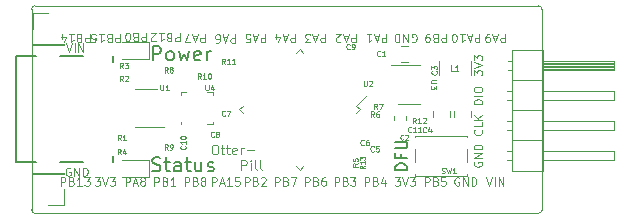
<source format=gto>
G04 #@! TF.GenerationSoftware,KiCad,Pcbnew,5.1.4+dfsg1-1*
G04 #@! TF.CreationDate,2019-11-16T02:43:21+01:00*
G04 #@! TF.ProjectId,OtterPill,4f747465-7250-4696-9c6c-2e6b69636164,rev?*
G04 #@! TF.SameCoordinates,Original*
G04 #@! TF.FileFunction,Legend,Top*
G04 #@! TF.FilePolarity,Positive*
%FSLAX46Y46*%
G04 Gerber Fmt 4.6, Leading zero omitted, Abs format (unit mm)*
G04 Created by KiCad (PCBNEW 5.1.4+dfsg1-1) date 2019-11-16 02:43:21*
%MOMM*%
%LPD*%
G04 APERTURE LIST*
%ADD10C,0.120000*%
%ADD11C,0.100000*%
%ADD12C,0.150000*%
%ADD13C,0.050000*%
%ADD14C,0.112500*%
G04 APERTURE END LIST*
D10*
X35440952Y-31571904D02*
X35593333Y-31571904D01*
X35669523Y-31610000D01*
X35745714Y-31686190D01*
X35783809Y-31838571D01*
X35783809Y-32105238D01*
X35745714Y-32257619D01*
X35669523Y-32333809D01*
X35593333Y-32371904D01*
X35440952Y-32371904D01*
X35364761Y-32333809D01*
X35288571Y-32257619D01*
X35250476Y-32105238D01*
X35250476Y-31838571D01*
X35288571Y-31686190D01*
X35364761Y-31610000D01*
X35440952Y-31571904D01*
X36012380Y-31838571D02*
X36317142Y-31838571D01*
X36126666Y-31571904D02*
X36126666Y-32257619D01*
X36164761Y-32333809D01*
X36240952Y-32371904D01*
X36317142Y-32371904D01*
X36469523Y-31838571D02*
X36774285Y-31838571D01*
X36583809Y-31571904D02*
X36583809Y-32257619D01*
X36621904Y-32333809D01*
X36698095Y-32371904D01*
X36774285Y-32371904D01*
X37345714Y-32333809D02*
X37269523Y-32371904D01*
X37117142Y-32371904D01*
X37040952Y-32333809D01*
X37002857Y-32257619D01*
X37002857Y-31952857D01*
X37040952Y-31876666D01*
X37117142Y-31838571D01*
X37269523Y-31838571D01*
X37345714Y-31876666D01*
X37383809Y-31952857D01*
X37383809Y-32029047D01*
X37002857Y-32105238D01*
X37726666Y-32371904D02*
X37726666Y-31838571D01*
X37726666Y-31990952D02*
X37764761Y-31914761D01*
X37802857Y-31876666D01*
X37879047Y-31838571D01*
X37955238Y-31838571D01*
X38221904Y-32067142D02*
X38831428Y-32067142D01*
X37764761Y-33691904D02*
X37764761Y-32891904D01*
X38069523Y-32891904D01*
X38145714Y-32930000D01*
X38183809Y-32968095D01*
X38221904Y-33044285D01*
X38221904Y-33158571D01*
X38183809Y-33234761D01*
X38145714Y-33272857D01*
X38069523Y-33310952D01*
X37764761Y-33310952D01*
X38564761Y-33691904D02*
X38564761Y-33158571D01*
X38564761Y-32891904D02*
X38526666Y-32930000D01*
X38564761Y-32968095D01*
X38602857Y-32930000D01*
X38564761Y-32891904D01*
X38564761Y-32968095D01*
X39060000Y-33691904D02*
X38983809Y-33653809D01*
X38945714Y-33577619D01*
X38945714Y-32891904D01*
X39479047Y-33691904D02*
X39402857Y-33653809D01*
X39364761Y-33577619D01*
X39364761Y-32891904D01*
D11*
X57436666Y-25706666D02*
X57436666Y-25273333D01*
X57703333Y-25506666D01*
X57703333Y-25406666D01*
X57736666Y-25340000D01*
X57770000Y-25306666D01*
X57836666Y-25273333D01*
X58003333Y-25273333D01*
X58070000Y-25306666D01*
X58103333Y-25340000D01*
X58136666Y-25406666D01*
X58136666Y-25606666D01*
X58103333Y-25673333D01*
X58070000Y-25706666D01*
X57436666Y-25073333D02*
X58136666Y-24840000D01*
X57436666Y-24606666D01*
X57436666Y-24440000D02*
X57436666Y-24006666D01*
X57703333Y-24240000D01*
X57703333Y-24140000D01*
X57736666Y-24073333D01*
X57770000Y-24040000D01*
X57836666Y-24006666D01*
X58003333Y-24006666D01*
X58070000Y-24040000D01*
X58103333Y-24073333D01*
X58136666Y-24140000D01*
X58136666Y-24340000D01*
X58103333Y-24406666D01*
X58070000Y-24440000D01*
X22943333Y-22986666D02*
X23176666Y-23686666D01*
X23410000Y-22986666D01*
X23643333Y-23686666D02*
X23643333Y-22986666D01*
X23976666Y-23686666D02*
X23976666Y-22986666D01*
X24376666Y-23686666D01*
X24376666Y-22986666D01*
X23276666Y-33540000D02*
X23210000Y-33506666D01*
X23110000Y-33506666D01*
X23010000Y-33540000D01*
X22943333Y-33606666D01*
X22910000Y-33673333D01*
X22876666Y-33806666D01*
X22876666Y-33906666D01*
X22910000Y-34040000D01*
X22943333Y-34106666D01*
X23010000Y-34173333D01*
X23110000Y-34206666D01*
X23176666Y-34206666D01*
X23276666Y-34173333D01*
X23310000Y-34140000D01*
X23310000Y-33906666D01*
X23176666Y-33906666D01*
X23610000Y-34206666D02*
X23610000Y-33506666D01*
X24010000Y-34206666D01*
X24010000Y-33506666D01*
X24343333Y-34206666D02*
X24343333Y-33506666D01*
X24510000Y-33506666D01*
X24610000Y-33540000D01*
X24676666Y-33606666D01*
X24710000Y-33673333D01*
X24743333Y-33806666D01*
X24743333Y-33906666D01*
X24710000Y-34040000D01*
X24676666Y-34106666D01*
X24610000Y-34173333D01*
X24510000Y-34206666D01*
X24343333Y-34206666D01*
X29696666Y-22093333D02*
X29696666Y-22793333D01*
X29430000Y-22793333D01*
X29363333Y-22760000D01*
X29330000Y-22726666D01*
X29296666Y-22660000D01*
X29296666Y-22560000D01*
X29330000Y-22493333D01*
X29363333Y-22460000D01*
X29430000Y-22426666D01*
X29696666Y-22426666D01*
X28763333Y-22460000D02*
X28663333Y-22426666D01*
X28630000Y-22393333D01*
X28596666Y-22326666D01*
X28596666Y-22226666D01*
X28630000Y-22160000D01*
X28663333Y-22126666D01*
X28730000Y-22093333D01*
X28996666Y-22093333D01*
X28996666Y-22793333D01*
X28763333Y-22793333D01*
X28696666Y-22760000D01*
X28663333Y-22726666D01*
X28630000Y-22660000D01*
X28630000Y-22593333D01*
X28663333Y-22526666D01*
X28696666Y-22493333D01*
X28763333Y-22460000D01*
X28996666Y-22460000D01*
X28163333Y-22793333D02*
X28096666Y-22793333D01*
X28030000Y-22760000D01*
X27996666Y-22726666D01*
X27963333Y-22660000D01*
X27930000Y-22526666D01*
X27930000Y-22360000D01*
X27963333Y-22226666D01*
X27996666Y-22160000D01*
X28030000Y-22126666D01*
X28096666Y-22093333D01*
X28163333Y-22093333D01*
X28230000Y-22126666D01*
X28263333Y-22160000D01*
X28296666Y-22226666D01*
X28330000Y-22360000D01*
X28330000Y-22526666D01*
X28296666Y-22660000D01*
X28263333Y-22726666D01*
X28230000Y-22760000D01*
X28163333Y-22793333D01*
X24925000Y-22183333D02*
X24925000Y-22883333D01*
X24658333Y-22883333D01*
X24591666Y-22850000D01*
X24558333Y-22816666D01*
X24525000Y-22750000D01*
X24525000Y-22650000D01*
X24558333Y-22583333D01*
X24591666Y-22550000D01*
X24658333Y-22516666D01*
X24925000Y-22516666D01*
X23991666Y-22550000D02*
X23891666Y-22516666D01*
X23858333Y-22483333D01*
X23825000Y-22416666D01*
X23825000Y-22316666D01*
X23858333Y-22250000D01*
X23891666Y-22216666D01*
X23958333Y-22183333D01*
X24225000Y-22183333D01*
X24225000Y-22883333D01*
X23991666Y-22883333D01*
X23925000Y-22850000D01*
X23891666Y-22816666D01*
X23858333Y-22750000D01*
X23858333Y-22683333D01*
X23891666Y-22616666D01*
X23925000Y-22583333D01*
X23991666Y-22550000D01*
X24225000Y-22550000D01*
X23158333Y-22183333D02*
X23558333Y-22183333D01*
X23358333Y-22183333D02*
X23358333Y-22883333D01*
X23425000Y-22783333D01*
X23491666Y-22716666D01*
X23558333Y-22683333D01*
X22558333Y-22650000D02*
X22558333Y-22183333D01*
X22725000Y-22916666D02*
X22891666Y-22416666D01*
X22458333Y-22416666D01*
X27475000Y-22183333D02*
X27475000Y-22883333D01*
X27208333Y-22883333D01*
X27141666Y-22850000D01*
X27108333Y-22816666D01*
X27075000Y-22750000D01*
X27075000Y-22650000D01*
X27108333Y-22583333D01*
X27141666Y-22550000D01*
X27208333Y-22516666D01*
X27475000Y-22516666D01*
X26541666Y-22550000D02*
X26441666Y-22516666D01*
X26408333Y-22483333D01*
X26375000Y-22416666D01*
X26375000Y-22316666D01*
X26408333Y-22250000D01*
X26441666Y-22216666D01*
X26508333Y-22183333D01*
X26775000Y-22183333D01*
X26775000Y-22883333D01*
X26541666Y-22883333D01*
X26475000Y-22850000D01*
X26441666Y-22816666D01*
X26408333Y-22750000D01*
X26408333Y-22683333D01*
X26441666Y-22616666D01*
X26475000Y-22583333D01*
X26541666Y-22550000D01*
X26775000Y-22550000D01*
X25708333Y-22183333D02*
X26108333Y-22183333D01*
X25908333Y-22183333D02*
X25908333Y-22883333D01*
X25975000Y-22783333D01*
X26041666Y-22716666D01*
X26108333Y-22683333D01*
X25075000Y-22883333D02*
X25408333Y-22883333D01*
X25441666Y-22550000D01*
X25408333Y-22583333D01*
X25341666Y-22616666D01*
X25175000Y-22616666D01*
X25108333Y-22583333D01*
X25075000Y-22550000D01*
X25041666Y-22483333D01*
X25041666Y-22316666D01*
X25075000Y-22250000D01*
X25108333Y-22216666D01*
X25175000Y-22183333D01*
X25341666Y-22183333D01*
X25408333Y-22216666D01*
X25441666Y-22250000D01*
X32550000Y-22133333D02*
X32550000Y-22833333D01*
X32283333Y-22833333D01*
X32216666Y-22800000D01*
X32183333Y-22766666D01*
X32150000Y-22700000D01*
X32150000Y-22600000D01*
X32183333Y-22533333D01*
X32216666Y-22500000D01*
X32283333Y-22466666D01*
X32550000Y-22466666D01*
X31616666Y-22500000D02*
X31516666Y-22466666D01*
X31483333Y-22433333D01*
X31450000Y-22366666D01*
X31450000Y-22266666D01*
X31483333Y-22200000D01*
X31516666Y-22166666D01*
X31583333Y-22133333D01*
X31850000Y-22133333D01*
X31850000Y-22833333D01*
X31616666Y-22833333D01*
X31550000Y-22800000D01*
X31516666Y-22766666D01*
X31483333Y-22700000D01*
X31483333Y-22633333D01*
X31516666Y-22566666D01*
X31550000Y-22533333D01*
X31616666Y-22500000D01*
X31850000Y-22500000D01*
X30783333Y-22133333D02*
X31183333Y-22133333D01*
X30983333Y-22133333D02*
X30983333Y-22833333D01*
X31050000Y-22733333D01*
X31116666Y-22666666D01*
X31183333Y-22633333D01*
X30516666Y-22766666D02*
X30483333Y-22800000D01*
X30416666Y-22833333D01*
X30250000Y-22833333D01*
X30183333Y-22800000D01*
X30150000Y-22766666D01*
X30116666Y-22700000D01*
X30116666Y-22633333D01*
X30150000Y-22533333D01*
X30550000Y-22133333D01*
X30116666Y-22133333D01*
X34666666Y-22183333D02*
X34666666Y-22883333D01*
X34400000Y-22883333D01*
X34333333Y-22850000D01*
X34300000Y-22816666D01*
X34266666Y-22750000D01*
X34266666Y-22650000D01*
X34300000Y-22583333D01*
X34333333Y-22550000D01*
X34400000Y-22516666D01*
X34666666Y-22516666D01*
X34000000Y-22383333D02*
X33666666Y-22383333D01*
X34066666Y-22183333D02*
X33833333Y-22883333D01*
X33600000Y-22183333D01*
X33433333Y-22883333D02*
X32966666Y-22883333D01*
X33266666Y-22183333D01*
X37241666Y-22233333D02*
X37241666Y-22933333D01*
X36975000Y-22933333D01*
X36908333Y-22900000D01*
X36875000Y-22866666D01*
X36841666Y-22800000D01*
X36841666Y-22700000D01*
X36875000Y-22633333D01*
X36908333Y-22600000D01*
X36975000Y-22566666D01*
X37241666Y-22566666D01*
X36575000Y-22433333D02*
X36241666Y-22433333D01*
X36641666Y-22233333D02*
X36408333Y-22933333D01*
X36175000Y-22233333D01*
X35641666Y-22933333D02*
X35775000Y-22933333D01*
X35841666Y-22900000D01*
X35875000Y-22866666D01*
X35941666Y-22766666D01*
X35975000Y-22633333D01*
X35975000Y-22366666D01*
X35941666Y-22300000D01*
X35908333Y-22266666D01*
X35841666Y-22233333D01*
X35708333Y-22233333D01*
X35641666Y-22266666D01*
X35608333Y-22300000D01*
X35575000Y-22366666D01*
X35575000Y-22533333D01*
X35608333Y-22600000D01*
X35641666Y-22633333D01*
X35708333Y-22666666D01*
X35841666Y-22666666D01*
X35908333Y-22633333D01*
X35941666Y-22600000D01*
X35975000Y-22533333D01*
X39791666Y-22183333D02*
X39791666Y-22883333D01*
X39525000Y-22883333D01*
X39458333Y-22850000D01*
X39425000Y-22816666D01*
X39391666Y-22750000D01*
X39391666Y-22650000D01*
X39425000Y-22583333D01*
X39458333Y-22550000D01*
X39525000Y-22516666D01*
X39791666Y-22516666D01*
X39125000Y-22383333D02*
X38791666Y-22383333D01*
X39191666Y-22183333D02*
X38958333Y-22883333D01*
X38725000Y-22183333D01*
X38158333Y-22883333D02*
X38491666Y-22883333D01*
X38525000Y-22550000D01*
X38491666Y-22583333D01*
X38425000Y-22616666D01*
X38258333Y-22616666D01*
X38191666Y-22583333D01*
X38158333Y-22550000D01*
X38125000Y-22483333D01*
X38125000Y-22316666D01*
X38158333Y-22250000D01*
X38191666Y-22216666D01*
X38258333Y-22183333D01*
X38425000Y-22183333D01*
X38491666Y-22216666D01*
X38525000Y-22250000D01*
X42316666Y-22183333D02*
X42316666Y-22883333D01*
X42050000Y-22883333D01*
X41983333Y-22850000D01*
X41950000Y-22816666D01*
X41916666Y-22750000D01*
X41916666Y-22650000D01*
X41950000Y-22583333D01*
X41983333Y-22550000D01*
X42050000Y-22516666D01*
X42316666Y-22516666D01*
X41650000Y-22383333D02*
X41316666Y-22383333D01*
X41716666Y-22183333D02*
X41483333Y-22883333D01*
X41250000Y-22183333D01*
X40716666Y-22650000D02*
X40716666Y-22183333D01*
X40883333Y-22916666D02*
X41050000Y-22416666D01*
X40616666Y-22416666D01*
X44841666Y-22183333D02*
X44841666Y-22883333D01*
X44575000Y-22883333D01*
X44508333Y-22850000D01*
X44475000Y-22816666D01*
X44441666Y-22750000D01*
X44441666Y-22650000D01*
X44475000Y-22583333D01*
X44508333Y-22550000D01*
X44575000Y-22516666D01*
X44841666Y-22516666D01*
X44175000Y-22383333D02*
X43841666Y-22383333D01*
X44241666Y-22183333D02*
X44008333Y-22883333D01*
X43775000Y-22183333D01*
X43608333Y-22883333D02*
X43175000Y-22883333D01*
X43408333Y-22616666D01*
X43308333Y-22616666D01*
X43241666Y-22583333D01*
X43208333Y-22550000D01*
X43175000Y-22483333D01*
X43175000Y-22316666D01*
X43208333Y-22250000D01*
X43241666Y-22216666D01*
X43308333Y-22183333D01*
X43508333Y-22183333D01*
X43575000Y-22216666D01*
X43608333Y-22250000D01*
X47446666Y-22183333D02*
X47446666Y-22883333D01*
X47180000Y-22883333D01*
X47113333Y-22850000D01*
X47080000Y-22816666D01*
X47046666Y-22750000D01*
X47046666Y-22650000D01*
X47080000Y-22583333D01*
X47113333Y-22550000D01*
X47180000Y-22516666D01*
X47446666Y-22516666D01*
X46780000Y-22383333D02*
X46446666Y-22383333D01*
X46846666Y-22183333D02*
X46613333Y-22883333D01*
X46380000Y-22183333D01*
X46180000Y-22816666D02*
X46146666Y-22850000D01*
X46080000Y-22883333D01*
X45913333Y-22883333D01*
X45846666Y-22850000D01*
X45813333Y-22816666D01*
X45780000Y-22750000D01*
X45780000Y-22683333D01*
X45813333Y-22583333D01*
X46213333Y-22183333D01*
X45780000Y-22183333D01*
X50046666Y-22183333D02*
X50046666Y-22883333D01*
X49780000Y-22883333D01*
X49713333Y-22850000D01*
X49680000Y-22816666D01*
X49646666Y-22750000D01*
X49646666Y-22650000D01*
X49680000Y-22583333D01*
X49713333Y-22550000D01*
X49780000Y-22516666D01*
X50046666Y-22516666D01*
X49380000Y-22383333D02*
X49046666Y-22383333D01*
X49446666Y-22183333D02*
X49213333Y-22883333D01*
X48980000Y-22183333D01*
X48380000Y-22183333D02*
X48780000Y-22183333D01*
X48580000Y-22183333D02*
X48580000Y-22883333D01*
X48646666Y-22783333D01*
X48713333Y-22716666D01*
X48780000Y-22683333D01*
X52208333Y-22850000D02*
X52275000Y-22883333D01*
X52375000Y-22883333D01*
X52475000Y-22850000D01*
X52541666Y-22783333D01*
X52575000Y-22716666D01*
X52608333Y-22583333D01*
X52608333Y-22483333D01*
X52575000Y-22350000D01*
X52541666Y-22283333D01*
X52475000Y-22216666D01*
X52375000Y-22183333D01*
X52308333Y-22183333D01*
X52208333Y-22216666D01*
X52175000Y-22250000D01*
X52175000Y-22483333D01*
X52308333Y-22483333D01*
X51875000Y-22183333D02*
X51875000Y-22883333D01*
X51475000Y-22183333D01*
X51475000Y-22883333D01*
X51141666Y-22183333D02*
X51141666Y-22883333D01*
X50975000Y-22883333D01*
X50875000Y-22850000D01*
X50808333Y-22783333D01*
X50775000Y-22716666D01*
X50741666Y-22583333D01*
X50741666Y-22483333D01*
X50775000Y-22350000D01*
X50808333Y-22283333D01*
X50875000Y-22216666D01*
X50975000Y-22183333D01*
X51141666Y-22183333D01*
X55091666Y-22183333D02*
X55091666Y-22883333D01*
X54825000Y-22883333D01*
X54758333Y-22850000D01*
X54725000Y-22816666D01*
X54691666Y-22750000D01*
X54691666Y-22650000D01*
X54725000Y-22583333D01*
X54758333Y-22550000D01*
X54825000Y-22516666D01*
X55091666Y-22516666D01*
X54158333Y-22550000D02*
X54058333Y-22516666D01*
X54025000Y-22483333D01*
X53991666Y-22416666D01*
X53991666Y-22316666D01*
X54025000Y-22250000D01*
X54058333Y-22216666D01*
X54125000Y-22183333D01*
X54391666Y-22183333D01*
X54391666Y-22883333D01*
X54158333Y-22883333D01*
X54091666Y-22850000D01*
X54058333Y-22816666D01*
X54025000Y-22750000D01*
X54025000Y-22683333D01*
X54058333Y-22616666D01*
X54091666Y-22583333D01*
X54158333Y-22550000D01*
X54391666Y-22550000D01*
X53658333Y-22183333D02*
X53525000Y-22183333D01*
X53458333Y-22216666D01*
X53425000Y-22250000D01*
X53358333Y-22350000D01*
X53325000Y-22483333D01*
X53325000Y-22750000D01*
X53358333Y-22816666D01*
X53391666Y-22850000D01*
X53458333Y-22883333D01*
X53591666Y-22883333D01*
X53658333Y-22850000D01*
X53691666Y-22816666D01*
X53725000Y-22750000D01*
X53725000Y-22583333D01*
X53691666Y-22516666D01*
X53658333Y-22483333D01*
X53591666Y-22450000D01*
X53458333Y-22450000D01*
X53391666Y-22483333D01*
X53358333Y-22516666D01*
X53325000Y-22583333D01*
X57925000Y-22183333D02*
X57925000Y-22883333D01*
X57658333Y-22883333D01*
X57591666Y-22850000D01*
X57558333Y-22816666D01*
X57525000Y-22750000D01*
X57525000Y-22650000D01*
X57558333Y-22583333D01*
X57591666Y-22550000D01*
X57658333Y-22516666D01*
X57925000Y-22516666D01*
X57258333Y-22383333D02*
X56925000Y-22383333D01*
X57325000Y-22183333D02*
X57091666Y-22883333D01*
X56858333Y-22183333D01*
X56258333Y-22183333D02*
X56658333Y-22183333D01*
X56458333Y-22183333D02*
X56458333Y-22883333D01*
X56525000Y-22783333D01*
X56591666Y-22716666D01*
X56658333Y-22683333D01*
X55825000Y-22883333D02*
X55758333Y-22883333D01*
X55691666Y-22850000D01*
X55658333Y-22816666D01*
X55625000Y-22750000D01*
X55591666Y-22616666D01*
X55591666Y-22450000D01*
X55625000Y-22316666D01*
X55658333Y-22250000D01*
X55691666Y-22216666D01*
X55758333Y-22183333D01*
X55825000Y-22183333D01*
X55891666Y-22216666D01*
X55925000Y-22250000D01*
X55958333Y-22316666D01*
X55991666Y-22450000D01*
X55991666Y-22616666D01*
X55958333Y-22750000D01*
X55925000Y-22816666D01*
X55891666Y-22850000D01*
X55825000Y-22883333D01*
X60091666Y-22183333D02*
X60091666Y-22883333D01*
X59825000Y-22883333D01*
X59758333Y-22850000D01*
X59725000Y-22816666D01*
X59691666Y-22750000D01*
X59691666Y-22650000D01*
X59725000Y-22583333D01*
X59758333Y-22550000D01*
X59825000Y-22516666D01*
X60091666Y-22516666D01*
X59425000Y-22383333D02*
X59091666Y-22383333D01*
X59491666Y-22183333D02*
X59258333Y-22883333D01*
X59025000Y-22183333D01*
X58758333Y-22183333D02*
X58625000Y-22183333D01*
X58558333Y-22216666D01*
X58525000Y-22250000D01*
X58458333Y-22350000D01*
X58425000Y-22483333D01*
X58425000Y-22750000D01*
X58458333Y-22816666D01*
X58491666Y-22850000D01*
X58558333Y-22883333D01*
X58691666Y-22883333D01*
X58758333Y-22850000D01*
X58791666Y-22816666D01*
X58825000Y-22750000D01*
X58825000Y-22583333D01*
X58791666Y-22516666D01*
X58758333Y-22483333D01*
X58691666Y-22450000D01*
X58558333Y-22450000D01*
X58491666Y-22483333D01*
X58458333Y-22516666D01*
X58425000Y-22583333D01*
X58508333Y-34341666D02*
X58741666Y-35041666D01*
X58975000Y-34341666D01*
X59208333Y-35041666D02*
X59208333Y-34341666D01*
X59541666Y-35041666D02*
X59541666Y-34341666D01*
X59941666Y-35041666D01*
X59941666Y-34341666D01*
X56191666Y-34375000D02*
X56125000Y-34341666D01*
X56025000Y-34341666D01*
X55925000Y-34375000D01*
X55858333Y-34441666D01*
X55825000Y-34508333D01*
X55791666Y-34641666D01*
X55791666Y-34741666D01*
X55825000Y-34875000D01*
X55858333Y-34941666D01*
X55925000Y-35008333D01*
X56025000Y-35041666D01*
X56091666Y-35041666D01*
X56191666Y-35008333D01*
X56225000Y-34975000D01*
X56225000Y-34741666D01*
X56091666Y-34741666D01*
X56525000Y-35041666D02*
X56525000Y-34341666D01*
X56925000Y-35041666D01*
X56925000Y-34341666D01*
X57258333Y-35041666D02*
X57258333Y-34341666D01*
X57425000Y-34341666D01*
X57525000Y-34375000D01*
X57591666Y-34441666D01*
X57625000Y-34508333D01*
X57658333Y-34641666D01*
X57658333Y-34741666D01*
X57625000Y-34875000D01*
X57591666Y-34941666D01*
X57525000Y-35008333D01*
X57425000Y-35041666D01*
X57258333Y-35041666D01*
X53308333Y-35041666D02*
X53308333Y-34341666D01*
X53575000Y-34341666D01*
X53641666Y-34375000D01*
X53675000Y-34408333D01*
X53708333Y-34475000D01*
X53708333Y-34575000D01*
X53675000Y-34641666D01*
X53641666Y-34675000D01*
X53575000Y-34708333D01*
X53308333Y-34708333D01*
X54241666Y-34675000D02*
X54341666Y-34708333D01*
X54375000Y-34741666D01*
X54408333Y-34808333D01*
X54408333Y-34908333D01*
X54375000Y-34975000D01*
X54341666Y-35008333D01*
X54275000Y-35041666D01*
X54008333Y-35041666D01*
X54008333Y-34341666D01*
X54241666Y-34341666D01*
X54308333Y-34375000D01*
X54341666Y-34408333D01*
X54375000Y-34475000D01*
X54375000Y-34541666D01*
X54341666Y-34608333D01*
X54308333Y-34641666D01*
X54241666Y-34675000D01*
X54008333Y-34675000D01*
X55041666Y-34341666D02*
X54708333Y-34341666D01*
X54675000Y-34675000D01*
X54708333Y-34641666D01*
X54775000Y-34608333D01*
X54941666Y-34608333D01*
X55008333Y-34641666D01*
X55041666Y-34675000D01*
X55075000Y-34741666D01*
X55075000Y-34908333D01*
X55041666Y-34975000D01*
X55008333Y-35008333D01*
X54941666Y-35041666D01*
X54775000Y-35041666D01*
X54708333Y-35008333D01*
X54675000Y-34975000D01*
X50758333Y-34341666D02*
X51191666Y-34341666D01*
X50958333Y-34608333D01*
X51058333Y-34608333D01*
X51125000Y-34641666D01*
X51158333Y-34675000D01*
X51191666Y-34741666D01*
X51191666Y-34908333D01*
X51158333Y-34975000D01*
X51125000Y-35008333D01*
X51058333Y-35041666D01*
X50858333Y-35041666D01*
X50791666Y-35008333D01*
X50758333Y-34975000D01*
X51391666Y-34341666D02*
X51625000Y-35041666D01*
X51858333Y-34341666D01*
X52025000Y-34341666D02*
X52458333Y-34341666D01*
X52225000Y-34608333D01*
X52325000Y-34608333D01*
X52391666Y-34641666D01*
X52425000Y-34675000D01*
X52458333Y-34741666D01*
X52458333Y-34908333D01*
X52425000Y-34975000D01*
X52391666Y-35008333D01*
X52325000Y-35041666D01*
X52125000Y-35041666D01*
X52058333Y-35008333D01*
X52025000Y-34975000D01*
X48208333Y-35041666D02*
X48208333Y-34341666D01*
X48475000Y-34341666D01*
X48541666Y-34375000D01*
X48575000Y-34408333D01*
X48608333Y-34475000D01*
X48608333Y-34575000D01*
X48575000Y-34641666D01*
X48541666Y-34675000D01*
X48475000Y-34708333D01*
X48208333Y-34708333D01*
X49141666Y-34675000D02*
X49241666Y-34708333D01*
X49275000Y-34741666D01*
X49308333Y-34808333D01*
X49308333Y-34908333D01*
X49275000Y-34975000D01*
X49241666Y-35008333D01*
X49175000Y-35041666D01*
X48908333Y-35041666D01*
X48908333Y-34341666D01*
X49141666Y-34341666D01*
X49208333Y-34375000D01*
X49241666Y-34408333D01*
X49275000Y-34475000D01*
X49275000Y-34541666D01*
X49241666Y-34608333D01*
X49208333Y-34641666D01*
X49141666Y-34675000D01*
X48908333Y-34675000D01*
X49908333Y-34575000D02*
X49908333Y-35041666D01*
X49741666Y-34308333D02*
X49575000Y-34808333D01*
X50008333Y-34808333D01*
X45658333Y-35041666D02*
X45658333Y-34341666D01*
X45925000Y-34341666D01*
X45991666Y-34375000D01*
X46025000Y-34408333D01*
X46058333Y-34475000D01*
X46058333Y-34575000D01*
X46025000Y-34641666D01*
X45991666Y-34675000D01*
X45925000Y-34708333D01*
X45658333Y-34708333D01*
X46591666Y-34675000D02*
X46691666Y-34708333D01*
X46725000Y-34741666D01*
X46758333Y-34808333D01*
X46758333Y-34908333D01*
X46725000Y-34975000D01*
X46691666Y-35008333D01*
X46625000Y-35041666D01*
X46358333Y-35041666D01*
X46358333Y-34341666D01*
X46591666Y-34341666D01*
X46658333Y-34375000D01*
X46691666Y-34408333D01*
X46725000Y-34475000D01*
X46725000Y-34541666D01*
X46691666Y-34608333D01*
X46658333Y-34641666D01*
X46591666Y-34675000D01*
X46358333Y-34675000D01*
X46991666Y-34341666D02*
X47425000Y-34341666D01*
X47191666Y-34608333D01*
X47291666Y-34608333D01*
X47358333Y-34641666D01*
X47391666Y-34675000D01*
X47425000Y-34741666D01*
X47425000Y-34908333D01*
X47391666Y-34975000D01*
X47358333Y-35008333D01*
X47291666Y-35041666D01*
X47091666Y-35041666D01*
X47025000Y-35008333D01*
X46991666Y-34975000D01*
X43158333Y-35041666D02*
X43158333Y-34341666D01*
X43425000Y-34341666D01*
X43491666Y-34375000D01*
X43525000Y-34408333D01*
X43558333Y-34475000D01*
X43558333Y-34575000D01*
X43525000Y-34641666D01*
X43491666Y-34675000D01*
X43425000Y-34708333D01*
X43158333Y-34708333D01*
X44091666Y-34675000D02*
X44191666Y-34708333D01*
X44225000Y-34741666D01*
X44258333Y-34808333D01*
X44258333Y-34908333D01*
X44225000Y-34975000D01*
X44191666Y-35008333D01*
X44125000Y-35041666D01*
X43858333Y-35041666D01*
X43858333Y-34341666D01*
X44091666Y-34341666D01*
X44158333Y-34375000D01*
X44191666Y-34408333D01*
X44225000Y-34475000D01*
X44225000Y-34541666D01*
X44191666Y-34608333D01*
X44158333Y-34641666D01*
X44091666Y-34675000D01*
X43858333Y-34675000D01*
X44858333Y-34341666D02*
X44725000Y-34341666D01*
X44658333Y-34375000D01*
X44625000Y-34408333D01*
X44558333Y-34508333D01*
X44525000Y-34641666D01*
X44525000Y-34908333D01*
X44558333Y-34975000D01*
X44591666Y-35008333D01*
X44658333Y-35041666D01*
X44791666Y-35041666D01*
X44858333Y-35008333D01*
X44891666Y-34975000D01*
X44925000Y-34908333D01*
X44925000Y-34741666D01*
X44891666Y-34675000D01*
X44858333Y-34641666D01*
X44791666Y-34608333D01*
X44658333Y-34608333D01*
X44591666Y-34641666D01*
X44558333Y-34675000D01*
X44525000Y-34741666D01*
X40608333Y-35041666D02*
X40608333Y-34341666D01*
X40875000Y-34341666D01*
X40941666Y-34375000D01*
X40975000Y-34408333D01*
X41008333Y-34475000D01*
X41008333Y-34575000D01*
X40975000Y-34641666D01*
X40941666Y-34675000D01*
X40875000Y-34708333D01*
X40608333Y-34708333D01*
X41541666Y-34675000D02*
X41641666Y-34708333D01*
X41675000Y-34741666D01*
X41708333Y-34808333D01*
X41708333Y-34908333D01*
X41675000Y-34975000D01*
X41641666Y-35008333D01*
X41575000Y-35041666D01*
X41308333Y-35041666D01*
X41308333Y-34341666D01*
X41541666Y-34341666D01*
X41608333Y-34375000D01*
X41641666Y-34408333D01*
X41675000Y-34475000D01*
X41675000Y-34541666D01*
X41641666Y-34608333D01*
X41608333Y-34641666D01*
X41541666Y-34675000D01*
X41308333Y-34675000D01*
X41941666Y-34341666D02*
X42408333Y-34341666D01*
X42108333Y-35041666D01*
X38058333Y-35041666D02*
X38058333Y-34341666D01*
X38325000Y-34341666D01*
X38391666Y-34375000D01*
X38425000Y-34408333D01*
X38458333Y-34475000D01*
X38458333Y-34575000D01*
X38425000Y-34641666D01*
X38391666Y-34675000D01*
X38325000Y-34708333D01*
X38058333Y-34708333D01*
X38991666Y-34675000D02*
X39091666Y-34708333D01*
X39125000Y-34741666D01*
X39158333Y-34808333D01*
X39158333Y-34908333D01*
X39125000Y-34975000D01*
X39091666Y-35008333D01*
X39025000Y-35041666D01*
X38758333Y-35041666D01*
X38758333Y-34341666D01*
X38991666Y-34341666D01*
X39058333Y-34375000D01*
X39091666Y-34408333D01*
X39125000Y-34475000D01*
X39125000Y-34541666D01*
X39091666Y-34608333D01*
X39058333Y-34641666D01*
X38991666Y-34675000D01*
X38758333Y-34675000D01*
X39425000Y-34408333D02*
X39458333Y-34375000D01*
X39525000Y-34341666D01*
X39691666Y-34341666D01*
X39758333Y-34375000D01*
X39791666Y-34408333D01*
X39825000Y-34475000D01*
X39825000Y-34541666D01*
X39791666Y-34641666D01*
X39391666Y-35041666D01*
X39825000Y-35041666D01*
X35275000Y-35041666D02*
X35275000Y-34341666D01*
X35541666Y-34341666D01*
X35608333Y-34375000D01*
X35641666Y-34408333D01*
X35675000Y-34475000D01*
X35675000Y-34575000D01*
X35641666Y-34641666D01*
X35608333Y-34675000D01*
X35541666Y-34708333D01*
X35275000Y-34708333D01*
X35941666Y-34841666D02*
X36275000Y-34841666D01*
X35875000Y-35041666D02*
X36108333Y-34341666D01*
X36341666Y-35041666D01*
X36941666Y-35041666D02*
X36541666Y-35041666D01*
X36741666Y-35041666D02*
X36741666Y-34341666D01*
X36675000Y-34441666D01*
X36608333Y-34508333D01*
X36541666Y-34541666D01*
X37575000Y-34341666D02*
X37241666Y-34341666D01*
X37208333Y-34675000D01*
X37241666Y-34641666D01*
X37308333Y-34608333D01*
X37475000Y-34608333D01*
X37541666Y-34641666D01*
X37575000Y-34675000D01*
X37608333Y-34741666D01*
X37608333Y-34908333D01*
X37575000Y-34975000D01*
X37541666Y-35008333D01*
X37475000Y-35041666D01*
X37308333Y-35041666D01*
X37241666Y-35008333D01*
X37208333Y-34975000D01*
X32958333Y-35041666D02*
X32958333Y-34341666D01*
X33225000Y-34341666D01*
X33291666Y-34375000D01*
X33325000Y-34408333D01*
X33358333Y-34475000D01*
X33358333Y-34575000D01*
X33325000Y-34641666D01*
X33291666Y-34675000D01*
X33225000Y-34708333D01*
X32958333Y-34708333D01*
X33891666Y-34675000D02*
X33991666Y-34708333D01*
X34025000Y-34741666D01*
X34058333Y-34808333D01*
X34058333Y-34908333D01*
X34025000Y-34975000D01*
X33991666Y-35008333D01*
X33925000Y-35041666D01*
X33658333Y-35041666D01*
X33658333Y-34341666D01*
X33891666Y-34341666D01*
X33958333Y-34375000D01*
X33991666Y-34408333D01*
X34025000Y-34475000D01*
X34025000Y-34541666D01*
X33991666Y-34608333D01*
X33958333Y-34641666D01*
X33891666Y-34675000D01*
X33658333Y-34675000D01*
X34458333Y-34641666D02*
X34391666Y-34608333D01*
X34358333Y-34575000D01*
X34325000Y-34508333D01*
X34325000Y-34475000D01*
X34358333Y-34408333D01*
X34391666Y-34375000D01*
X34458333Y-34341666D01*
X34591666Y-34341666D01*
X34658333Y-34375000D01*
X34691666Y-34408333D01*
X34725000Y-34475000D01*
X34725000Y-34508333D01*
X34691666Y-34575000D01*
X34658333Y-34608333D01*
X34591666Y-34641666D01*
X34458333Y-34641666D01*
X34391666Y-34675000D01*
X34358333Y-34708333D01*
X34325000Y-34775000D01*
X34325000Y-34908333D01*
X34358333Y-34975000D01*
X34391666Y-35008333D01*
X34458333Y-35041666D01*
X34591666Y-35041666D01*
X34658333Y-35008333D01*
X34691666Y-34975000D01*
X34725000Y-34908333D01*
X34725000Y-34775000D01*
X34691666Y-34708333D01*
X34658333Y-34675000D01*
X34591666Y-34641666D01*
X30408333Y-35041666D02*
X30408333Y-34341666D01*
X30675000Y-34341666D01*
X30741666Y-34375000D01*
X30775000Y-34408333D01*
X30808333Y-34475000D01*
X30808333Y-34575000D01*
X30775000Y-34641666D01*
X30741666Y-34675000D01*
X30675000Y-34708333D01*
X30408333Y-34708333D01*
X31341666Y-34675000D02*
X31441666Y-34708333D01*
X31475000Y-34741666D01*
X31508333Y-34808333D01*
X31508333Y-34908333D01*
X31475000Y-34975000D01*
X31441666Y-35008333D01*
X31375000Y-35041666D01*
X31108333Y-35041666D01*
X31108333Y-34341666D01*
X31341666Y-34341666D01*
X31408333Y-34375000D01*
X31441666Y-34408333D01*
X31475000Y-34475000D01*
X31475000Y-34541666D01*
X31441666Y-34608333D01*
X31408333Y-34641666D01*
X31341666Y-34675000D01*
X31108333Y-34675000D01*
X32175000Y-35041666D02*
X31775000Y-35041666D01*
X31975000Y-35041666D02*
X31975000Y-34341666D01*
X31908333Y-34441666D01*
X31841666Y-34508333D01*
X31775000Y-34541666D01*
X27958333Y-35041666D02*
X27958333Y-34341666D01*
X28225000Y-34341666D01*
X28291666Y-34375000D01*
X28325000Y-34408333D01*
X28358333Y-34475000D01*
X28358333Y-34575000D01*
X28325000Y-34641666D01*
X28291666Y-34675000D01*
X28225000Y-34708333D01*
X27958333Y-34708333D01*
X28625000Y-34841666D02*
X28958333Y-34841666D01*
X28558333Y-35041666D02*
X28791666Y-34341666D01*
X29025000Y-35041666D01*
X29358333Y-34641666D02*
X29291666Y-34608333D01*
X29258333Y-34575000D01*
X29225000Y-34508333D01*
X29225000Y-34475000D01*
X29258333Y-34408333D01*
X29291666Y-34375000D01*
X29358333Y-34341666D01*
X29491666Y-34341666D01*
X29558333Y-34375000D01*
X29591666Y-34408333D01*
X29625000Y-34475000D01*
X29625000Y-34508333D01*
X29591666Y-34575000D01*
X29558333Y-34608333D01*
X29491666Y-34641666D01*
X29358333Y-34641666D01*
X29291666Y-34675000D01*
X29258333Y-34708333D01*
X29225000Y-34775000D01*
X29225000Y-34908333D01*
X29258333Y-34975000D01*
X29291666Y-35008333D01*
X29358333Y-35041666D01*
X29491666Y-35041666D01*
X29558333Y-35008333D01*
X29591666Y-34975000D01*
X29625000Y-34908333D01*
X29625000Y-34775000D01*
X29591666Y-34708333D01*
X29558333Y-34675000D01*
X29491666Y-34641666D01*
X22475000Y-35041666D02*
X22475000Y-34341666D01*
X22741666Y-34341666D01*
X22808333Y-34375000D01*
X22841666Y-34408333D01*
X22875000Y-34475000D01*
X22875000Y-34575000D01*
X22841666Y-34641666D01*
X22808333Y-34675000D01*
X22741666Y-34708333D01*
X22475000Y-34708333D01*
X23408333Y-34675000D02*
X23508333Y-34708333D01*
X23541666Y-34741666D01*
X23575000Y-34808333D01*
X23575000Y-34908333D01*
X23541666Y-34975000D01*
X23508333Y-35008333D01*
X23441666Y-35041666D01*
X23175000Y-35041666D01*
X23175000Y-34341666D01*
X23408333Y-34341666D01*
X23475000Y-34375000D01*
X23508333Y-34408333D01*
X23541666Y-34475000D01*
X23541666Y-34541666D01*
X23508333Y-34608333D01*
X23475000Y-34641666D01*
X23408333Y-34675000D01*
X23175000Y-34675000D01*
X24241666Y-35041666D02*
X23841666Y-35041666D01*
X24041666Y-35041666D02*
X24041666Y-34341666D01*
X23975000Y-34441666D01*
X23908333Y-34508333D01*
X23841666Y-34541666D01*
X24475000Y-34341666D02*
X24908333Y-34341666D01*
X24675000Y-34608333D01*
X24775000Y-34608333D01*
X24841666Y-34641666D01*
X24875000Y-34675000D01*
X24908333Y-34741666D01*
X24908333Y-34908333D01*
X24875000Y-34975000D01*
X24841666Y-35008333D01*
X24775000Y-35041666D01*
X24575000Y-35041666D01*
X24508333Y-35008333D01*
X24475000Y-34975000D01*
X25358333Y-34341666D02*
X25791666Y-34341666D01*
X25558333Y-34608333D01*
X25658333Y-34608333D01*
X25725000Y-34641666D01*
X25758333Y-34675000D01*
X25791666Y-34741666D01*
X25791666Y-34908333D01*
X25758333Y-34975000D01*
X25725000Y-35008333D01*
X25658333Y-35041666D01*
X25458333Y-35041666D01*
X25391666Y-35008333D01*
X25358333Y-34975000D01*
X25991666Y-34341666D02*
X26225000Y-35041666D01*
X26458333Y-34341666D01*
X26625000Y-34341666D02*
X27058333Y-34341666D01*
X26825000Y-34608333D01*
X26925000Y-34608333D01*
X26991666Y-34641666D01*
X27025000Y-34675000D01*
X27058333Y-34741666D01*
X27058333Y-34908333D01*
X27025000Y-34975000D01*
X26991666Y-35008333D01*
X26925000Y-35041666D01*
X26725000Y-35041666D01*
X26658333Y-35008333D01*
X26625000Y-34975000D01*
X58166666Y-28116666D02*
X57466666Y-28116666D01*
X57466666Y-27950000D01*
X57500000Y-27850000D01*
X57566666Y-27783333D01*
X57633333Y-27750000D01*
X57766666Y-27716666D01*
X57866666Y-27716666D01*
X58000000Y-27750000D01*
X58066666Y-27783333D01*
X58133333Y-27850000D01*
X58166666Y-27950000D01*
X58166666Y-28116666D01*
X58166666Y-27416666D02*
X57466666Y-27416666D01*
X57466666Y-26950000D02*
X57466666Y-26816666D01*
X57500000Y-26750000D01*
X57566666Y-26683333D01*
X57700000Y-26650000D01*
X57933333Y-26650000D01*
X58066666Y-26683333D01*
X58133333Y-26750000D01*
X58166666Y-26816666D01*
X58166666Y-26950000D01*
X58133333Y-27016666D01*
X58066666Y-27083333D01*
X57933333Y-27116666D01*
X57700000Y-27116666D01*
X57566666Y-27083333D01*
X57500000Y-27016666D01*
X57466666Y-26950000D01*
X58100000Y-30316666D02*
X58133333Y-30350000D01*
X58166666Y-30450000D01*
X58166666Y-30516666D01*
X58133333Y-30616666D01*
X58066666Y-30683333D01*
X58000000Y-30716666D01*
X57866666Y-30750000D01*
X57766666Y-30750000D01*
X57633333Y-30716666D01*
X57566666Y-30683333D01*
X57500000Y-30616666D01*
X57466666Y-30516666D01*
X57466666Y-30450000D01*
X57500000Y-30350000D01*
X57533333Y-30316666D01*
X58166666Y-29683333D02*
X58166666Y-30016666D01*
X57466666Y-30016666D01*
X58166666Y-29450000D02*
X57466666Y-29450000D01*
X58166666Y-29050000D02*
X57766666Y-29350000D01*
X57466666Y-29050000D02*
X57866666Y-29450000D01*
X57475000Y-33033333D02*
X57441666Y-33100000D01*
X57441666Y-33200000D01*
X57475000Y-33300000D01*
X57541666Y-33366666D01*
X57608333Y-33400000D01*
X57741666Y-33433333D01*
X57841666Y-33433333D01*
X57975000Y-33400000D01*
X58041666Y-33366666D01*
X58108333Y-33300000D01*
X58141666Y-33200000D01*
X58141666Y-33133333D01*
X58108333Y-33033333D01*
X58075000Y-33000000D01*
X57841666Y-33000000D01*
X57841666Y-33133333D01*
X58141666Y-32700000D02*
X57441666Y-32700000D01*
X58141666Y-32300000D01*
X57441666Y-32300000D01*
X58141666Y-31966666D02*
X57441666Y-31966666D01*
X57441666Y-31800000D01*
X57475000Y-31700000D01*
X57541666Y-31633333D01*
X57608333Y-31600000D01*
X57741666Y-31566666D01*
X57841666Y-31566666D01*
X57975000Y-31600000D01*
X58041666Y-31633333D01*
X58108333Y-31700000D01*
X58141666Y-31800000D01*
X58141666Y-31966666D01*
D12*
X51802380Y-33734285D02*
X50802380Y-33734285D01*
X50802380Y-33496190D01*
X50850000Y-33353333D01*
X50945238Y-33258095D01*
X51040476Y-33210476D01*
X51230952Y-33162857D01*
X51373809Y-33162857D01*
X51564285Y-33210476D01*
X51659523Y-33258095D01*
X51754761Y-33353333D01*
X51802380Y-33496190D01*
X51802380Y-33734285D01*
X51278571Y-32400952D02*
X51278571Y-32734285D01*
X51802380Y-32734285D02*
X50802380Y-32734285D01*
X50802380Y-32258095D01*
X50802380Y-31877142D02*
X51611904Y-31877142D01*
X51707142Y-31829523D01*
X51754761Y-31781904D01*
X51802380Y-31686666D01*
X51802380Y-31496190D01*
X51754761Y-31400952D01*
X51707142Y-31353333D01*
X51611904Y-31305714D01*
X50802380Y-31305714D01*
X30216071Y-33775714D02*
X30387500Y-33832857D01*
X30673214Y-33832857D01*
X30787500Y-33775714D01*
X30844642Y-33718571D01*
X30901785Y-33604285D01*
X30901785Y-33490000D01*
X30844642Y-33375714D01*
X30787500Y-33318571D01*
X30673214Y-33261428D01*
X30444642Y-33204285D01*
X30330357Y-33147142D01*
X30273214Y-33090000D01*
X30216071Y-32975714D01*
X30216071Y-32861428D01*
X30273214Y-32747142D01*
X30330357Y-32690000D01*
X30444642Y-32632857D01*
X30730357Y-32632857D01*
X30901785Y-32690000D01*
X31244642Y-33032857D02*
X31701785Y-33032857D01*
X31416071Y-32632857D02*
X31416071Y-33661428D01*
X31473214Y-33775714D01*
X31587500Y-33832857D01*
X31701785Y-33832857D01*
X32616071Y-33832857D02*
X32616071Y-33204285D01*
X32558928Y-33090000D01*
X32444642Y-33032857D01*
X32216071Y-33032857D01*
X32101785Y-33090000D01*
X32616071Y-33775714D02*
X32501785Y-33832857D01*
X32216071Y-33832857D01*
X32101785Y-33775714D01*
X32044642Y-33661428D01*
X32044642Y-33547142D01*
X32101785Y-33432857D01*
X32216071Y-33375714D01*
X32501785Y-33375714D01*
X32616071Y-33318571D01*
X33016071Y-33032857D02*
X33473214Y-33032857D01*
X33187500Y-32632857D02*
X33187500Y-33661428D01*
X33244642Y-33775714D01*
X33358928Y-33832857D01*
X33473214Y-33832857D01*
X34387500Y-33032857D02*
X34387500Y-33832857D01*
X33873214Y-33032857D02*
X33873214Y-33661428D01*
X33930357Y-33775714D01*
X34044642Y-33832857D01*
X34216071Y-33832857D01*
X34330357Y-33775714D01*
X34387500Y-33718571D01*
X34901785Y-33775714D02*
X35016071Y-33832857D01*
X35244642Y-33832857D01*
X35358928Y-33775714D01*
X35416071Y-33661428D01*
X35416071Y-33604285D01*
X35358928Y-33490000D01*
X35244642Y-33432857D01*
X35073214Y-33432857D01*
X34958928Y-33375714D01*
X34901785Y-33261428D01*
X34901785Y-33204285D01*
X34958928Y-33090000D01*
X35073214Y-33032857D01*
X35244642Y-33032857D01*
X35358928Y-33090000D01*
X30273214Y-24432857D02*
X30273214Y-23232857D01*
X30730357Y-23232857D01*
X30844642Y-23290000D01*
X30901785Y-23347142D01*
X30958928Y-23461428D01*
X30958928Y-23632857D01*
X30901785Y-23747142D01*
X30844642Y-23804285D01*
X30730357Y-23861428D01*
X30273214Y-23861428D01*
X31644642Y-24432857D02*
X31530357Y-24375714D01*
X31473214Y-24318571D01*
X31416071Y-24204285D01*
X31416071Y-23861428D01*
X31473214Y-23747142D01*
X31530357Y-23690000D01*
X31644642Y-23632857D01*
X31816071Y-23632857D01*
X31930357Y-23690000D01*
X31987500Y-23747142D01*
X32044642Y-23861428D01*
X32044642Y-24204285D01*
X31987500Y-24318571D01*
X31930357Y-24375714D01*
X31816071Y-24432857D01*
X31644642Y-24432857D01*
X32444642Y-23632857D02*
X32673214Y-24432857D01*
X32901785Y-23861428D01*
X33130357Y-24432857D01*
X33358928Y-23632857D01*
X34273214Y-24375714D02*
X34158928Y-24432857D01*
X33930357Y-24432857D01*
X33816071Y-24375714D01*
X33758928Y-24261428D01*
X33758928Y-23804285D01*
X33816071Y-23690000D01*
X33930357Y-23632857D01*
X34158928Y-23632857D01*
X34273214Y-23690000D01*
X34330357Y-23804285D01*
X34330357Y-23918571D01*
X33758928Y-24032857D01*
X34844642Y-24432857D02*
X34844642Y-23632857D01*
X34844642Y-23861428D02*
X34901785Y-23747142D01*
X34958928Y-23690000D01*
X35073214Y-23632857D01*
X35187500Y-23632857D01*
D13*
X63200000Y-37100000D02*
G75*
G02X62900000Y-37400000I-300000J0D01*
G01*
X62900000Y-19800000D02*
G75*
G02X63200000Y-20100000I0J-300000D01*
G01*
X20000000Y-20100000D02*
G75*
G02X20300000Y-19800000I300000J0D01*
G01*
X20300000Y-37400000D02*
G75*
G02X20000000Y-37100000I0J300000D01*
G01*
X20000000Y-37100000D02*
X20000000Y-20100000D01*
X62900000Y-37400000D02*
X20300000Y-37400000D01*
X63200000Y-20100000D02*
X63200000Y-37100000D01*
X20300000Y-19800000D02*
X62900000Y-19800000D01*
D10*
X51690000Y-29177221D02*
X51690000Y-29502779D01*
X50670000Y-29177221D02*
X50670000Y-29502779D01*
X60242929Y-32850000D02*
X60640000Y-32850000D01*
X60242929Y-32090000D02*
X60640000Y-32090000D01*
X69300000Y-32850000D02*
X63300000Y-32850000D01*
X69300000Y-32090000D02*
X69300000Y-32850000D01*
X63300000Y-32090000D02*
X69300000Y-32090000D01*
X60640000Y-31200000D02*
X63300000Y-31200000D01*
X60242929Y-30310000D02*
X60640000Y-30310000D01*
X60242929Y-29550000D02*
X60640000Y-29550000D01*
X69300000Y-30310000D02*
X63300000Y-30310000D01*
X69300000Y-29550000D02*
X69300000Y-30310000D01*
X63300000Y-29550000D02*
X69300000Y-29550000D01*
X60640000Y-28660000D02*
X63300000Y-28660000D01*
X60242929Y-27770000D02*
X60640000Y-27770000D01*
X60242929Y-27010000D02*
X60640000Y-27010000D01*
X69300000Y-27770000D02*
X63300000Y-27770000D01*
X69300000Y-27010000D02*
X69300000Y-27770000D01*
X63300000Y-27010000D02*
X69300000Y-27010000D01*
X60640000Y-26120000D02*
X63300000Y-26120000D01*
X60310000Y-25230000D02*
X60640000Y-25230000D01*
X60310000Y-24470000D02*
X60640000Y-24470000D01*
X63300000Y-25130000D02*
X69300000Y-25130000D01*
X63300000Y-25010000D02*
X69300000Y-25010000D01*
X63300000Y-24890000D02*
X69300000Y-24890000D01*
X63300000Y-24770000D02*
X69300000Y-24770000D01*
X63300000Y-24650000D02*
X69300000Y-24650000D01*
X63300000Y-24530000D02*
X69300000Y-24530000D01*
X69300000Y-25230000D02*
X63300000Y-25230000D01*
X69300000Y-24470000D02*
X69300000Y-25230000D01*
X63300000Y-24470000D02*
X69300000Y-24470000D01*
X63300000Y-23520000D02*
X60640000Y-23520000D01*
X63300000Y-33800000D02*
X63300000Y-23520000D01*
X60640000Y-33800000D02*
X63300000Y-33800000D01*
X60640000Y-23520000D02*
X60640000Y-33800000D01*
X57180000Y-24497936D02*
X57180000Y-25702064D01*
X54460000Y-24497936D02*
X54460000Y-25702064D01*
X55400000Y-28691422D02*
X55400000Y-29208578D01*
X53980000Y-28691422D02*
X53980000Y-29208578D01*
X20090000Y-20450000D02*
X21420000Y-20450000D01*
X20090000Y-21780000D02*
X20090000Y-20450000D01*
X20090000Y-23050000D02*
X22750000Y-23050000D01*
X22750000Y-23050000D02*
X22750000Y-23110000D01*
X20090000Y-23050000D02*
X20090000Y-23110000D01*
X20090000Y-23110000D02*
X22750000Y-23110000D01*
X22750000Y-34010000D02*
X20090000Y-34010000D01*
X22750000Y-34070000D02*
X22750000Y-34010000D01*
X20090000Y-34070000D02*
X20090000Y-34010000D01*
X22750000Y-34070000D02*
X20090000Y-34070000D01*
X22750000Y-35340000D02*
X22750000Y-36670000D01*
X22750000Y-36670000D02*
X21420000Y-36670000D01*
X37912887Y-28271751D02*
X37594689Y-28589949D01*
X37594689Y-28589949D02*
X37912887Y-28908147D01*
X42381802Y-23802836D02*
X42700000Y-23484638D01*
X42700000Y-23484638D02*
X43018198Y-23802836D01*
X43018198Y-33377062D02*
X42700000Y-33695260D01*
X42700000Y-33695260D02*
X42381802Y-33377062D01*
X47487113Y-28908147D02*
X47805311Y-28589949D01*
X47805311Y-28589949D02*
X47487113Y-28271751D01*
X47487113Y-28271751D02*
X48399281Y-27359583D01*
X52500000Y-34212000D02*
X56900000Y-34212000D01*
X56900000Y-34212000D02*
X56900000Y-34092000D01*
X56900000Y-33082000D02*
X56900000Y-31942000D01*
X56900000Y-30932000D02*
X56900000Y-30812000D01*
X56900000Y-30812000D02*
X52500000Y-30812000D01*
X52500000Y-30812000D02*
X52500000Y-30932000D01*
X52500000Y-31942000D02*
X52500000Y-33082000D01*
X52500000Y-34092000D02*
X52500000Y-34212000D01*
X32640000Y-29635000D02*
X32640000Y-29860000D01*
X35360000Y-27140000D02*
X34885000Y-27140000D01*
X35360000Y-27365000D02*
X35360000Y-27140000D01*
X35360000Y-29860000D02*
X34885000Y-29860000D01*
X35360000Y-29635000D02*
X35360000Y-29860000D01*
X32640000Y-27140000D02*
X33115000Y-27140000D01*
X32640000Y-27365000D02*
X32640000Y-27140000D01*
X52870000Y-24870000D02*
X50420000Y-24870000D01*
X51070000Y-28090000D02*
X52870000Y-28090000D01*
X28800000Y-30110000D02*
X31250000Y-30110000D01*
X30600000Y-26890000D02*
X28800000Y-26890000D01*
D12*
X26869999Y-32570000D02*
X26869999Y-33070000D01*
X26869999Y-24070000D02*
X26869999Y-24570000D01*
X24369999Y-24070000D02*
X22369999Y-24070000D01*
X22369999Y-33070000D02*
X24369999Y-33070000D01*
X20369999Y-33070000D02*
X18674999Y-33070000D01*
X18674999Y-24070000D02*
X20369999Y-24070000D01*
X18674999Y-33070000D02*
X18674999Y-24070000D01*
D10*
X29985000Y-32865000D02*
X27700000Y-32865000D01*
X29985000Y-34335000D02*
X29985000Y-32865000D01*
X27700000Y-34335000D02*
X29985000Y-34335000D01*
X29985000Y-22865000D02*
X27700000Y-22865000D01*
X29985000Y-24335000D02*
X29985000Y-22865000D01*
X27700000Y-24335000D02*
X29985000Y-24335000D01*
X55790000Y-28701422D02*
X55790000Y-29218578D01*
X57210000Y-28701422D02*
X57210000Y-29218578D01*
X51838578Y-23180000D02*
X51321422Y-23180000D01*
X51838578Y-24600000D02*
X51321422Y-24600000D01*
D11*
X51473333Y-31102857D02*
X51454285Y-31121904D01*
X51397142Y-31140952D01*
X51359047Y-31140952D01*
X51301904Y-31121904D01*
X51263809Y-31083809D01*
X51244761Y-31045714D01*
X51225714Y-30969523D01*
X51225714Y-30912380D01*
X51244761Y-30836190D01*
X51263809Y-30798095D01*
X51301904Y-30760000D01*
X51359047Y-30740952D01*
X51397142Y-30740952D01*
X51454285Y-30760000D01*
X51473333Y-30779047D01*
X51625714Y-30779047D02*
X51644761Y-30760000D01*
X51682857Y-30740952D01*
X51778095Y-30740952D01*
X51816190Y-30760000D01*
X51835238Y-30779047D01*
X51854285Y-30817142D01*
X51854285Y-30855238D01*
X51835238Y-30912380D01*
X51606666Y-31140952D01*
X51854285Y-31140952D01*
X48210952Y-33347142D02*
X48020476Y-33480476D01*
X48210952Y-33575714D02*
X47810952Y-33575714D01*
X47810952Y-33423333D01*
X47830000Y-33385238D01*
X47849047Y-33366190D01*
X47887142Y-33347142D01*
X47944285Y-33347142D01*
X47982380Y-33366190D01*
X48001428Y-33385238D01*
X48020476Y-33423333D01*
X48020476Y-33575714D01*
X48210952Y-32966190D02*
X48210952Y-33194761D01*
X48210952Y-33080476D02*
X47810952Y-33080476D01*
X47868095Y-33118571D01*
X47906190Y-33156666D01*
X47925238Y-33194761D01*
X47810952Y-32832857D02*
X47810952Y-32585238D01*
X47963333Y-32718571D01*
X47963333Y-32661428D01*
X47982380Y-32623333D01*
X48001428Y-32604285D01*
X48039523Y-32585238D01*
X48134761Y-32585238D01*
X48172857Y-32604285D01*
X48191904Y-32623333D01*
X48210952Y-32661428D01*
X48210952Y-32775714D01*
X48191904Y-32813809D01*
X48172857Y-32832857D01*
D14*
X55745000Y-25303571D02*
X55530714Y-25303571D01*
X55530714Y-24853571D01*
X56130714Y-25303571D02*
X55873571Y-25303571D01*
X56002142Y-25303571D02*
X56002142Y-24853571D01*
X55959285Y-24917857D01*
X55916428Y-24960714D01*
X55873571Y-24982142D01*
X52150714Y-30470714D02*
X52129285Y-30492142D01*
X52065000Y-30513571D01*
X52022142Y-30513571D01*
X51957857Y-30492142D01*
X51915000Y-30449285D01*
X51893571Y-30406428D01*
X51872142Y-30320714D01*
X51872142Y-30256428D01*
X51893571Y-30170714D01*
X51915000Y-30127857D01*
X51957857Y-30085000D01*
X52022142Y-30063571D01*
X52065000Y-30063571D01*
X52129285Y-30085000D01*
X52150714Y-30106428D01*
X52579285Y-30513571D02*
X52322142Y-30513571D01*
X52450714Y-30513571D02*
X52450714Y-30063571D01*
X52407857Y-30127857D01*
X52365000Y-30170714D01*
X52322142Y-30192142D01*
X53007857Y-30513571D02*
X52750714Y-30513571D01*
X52879285Y-30513571D02*
X52879285Y-30063571D01*
X52836428Y-30127857D01*
X52793571Y-30170714D01*
X52750714Y-30192142D01*
X52530714Y-29753571D02*
X52380714Y-29539285D01*
X52273571Y-29753571D02*
X52273571Y-29303571D01*
X52445000Y-29303571D01*
X52487857Y-29325000D01*
X52509285Y-29346428D01*
X52530714Y-29389285D01*
X52530714Y-29453571D01*
X52509285Y-29496428D01*
X52487857Y-29517857D01*
X52445000Y-29539285D01*
X52273571Y-29539285D01*
X52959285Y-29753571D02*
X52702142Y-29753571D01*
X52830714Y-29753571D02*
X52830714Y-29303571D01*
X52787857Y-29367857D01*
X52745000Y-29410714D01*
X52702142Y-29432142D01*
X53130714Y-29346428D02*
X53152142Y-29325000D01*
X53195000Y-29303571D01*
X53302142Y-29303571D01*
X53345000Y-29325000D01*
X53366428Y-29346428D01*
X53387857Y-29389285D01*
X53387857Y-29432142D01*
X53366428Y-29496428D01*
X53109285Y-29753571D01*
X53387857Y-29753571D01*
X48137142Y-26153571D02*
X48137142Y-26517857D01*
X48158571Y-26560714D01*
X48180000Y-26582142D01*
X48222857Y-26603571D01*
X48308571Y-26603571D01*
X48351428Y-26582142D01*
X48372857Y-26560714D01*
X48394285Y-26517857D01*
X48394285Y-26153571D01*
X48587142Y-26196428D02*
X48608571Y-26175000D01*
X48651428Y-26153571D01*
X48758571Y-26153571D01*
X48801428Y-26175000D01*
X48822857Y-26196428D01*
X48844285Y-26239285D01*
X48844285Y-26282142D01*
X48822857Y-26346428D01*
X48565714Y-26603571D01*
X48844285Y-26603571D01*
X54725000Y-33982142D02*
X54789285Y-34003571D01*
X54896428Y-34003571D01*
X54939285Y-33982142D01*
X54960714Y-33960714D01*
X54982142Y-33917857D01*
X54982142Y-33875000D01*
X54960714Y-33832142D01*
X54939285Y-33810714D01*
X54896428Y-33789285D01*
X54810714Y-33767857D01*
X54767857Y-33746428D01*
X54746428Y-33725000D01*
X54725000Y-33682142D01*
X54725000Y-33639285D01*
X54746428Y-33596428D01*
X54767857Y-33575000D01*
X54810714Y-33553571D01*
X54917857Y-33553571D01*
X54982142Y-33575000D01*
X55132142Y-33553571D02*
X55239285Y-34003571D01*
X55325000Y-33682142D01*
X55410714Y-34003571D01*
X55517857Y-33553571D01*
X55925000Y-34003571D02*
X55667857Y-34003571D01*
X55796428Y-34003571D02*
X55796428Y-33553571D01*
X55753571Y-33617857D01*
X55710714Y-33660714D01*
X55667857Y-33682142D01*
X33010714Y-31689285D02*
X33032142Y-31710714D01*
X33053571Y-31775000D01*
X33053571Y-31817857D01*
X33032142Y-31882142D01*
X32989285Y-31925000D01*
X32946428Y-31946428D01*
X32860714Y-31967857D01*
X32796428Y-31967857D01*
X32710714Y-31946428D01*
X32667857Y-31925000D01*
X32625000Y-31882142D01*
X32603571Y-31817857D01*
X32603571Y-31775000D01*
X32625000Y-31710714D01*
X32646428Y-31689285D01*
X33053571Y-31260714D02*
X33053571Y-31517857D01*
X33053571Y-31389285D02*
X32603571Y-31389285D01*
X32667857Y-31432142D01*
X32710714Y-31475000D01*
X32732142Y-31517857D01*
X32603571Y-30982142D02*
X32603571Y-30939285D01*
X32625000Y-30896428D01*
X32646428Y-30875000D01*
X32689285Y-30853571D01*
X32775000Y-30832142D01*
X32882142Y-30832142D01*
X32967857Y-30853571D01*
X33010714Y-30875000D01*
X33032142Y-30896428D01*
X33053571Y-30939285D01*
X33053571Y-30982142D01*
X33032142Y-31025000D01*
X33010714Y-31046428D01*
X32967857Y-31067857D01*
X32882142Y-31089285D01*
X32775000Y-31089285D01*
X32689285Y-31067857D01*
X32646428Y-31046428D01*
X32625000Y-31025000D01*
X32603571Y-30982142D01*
X46925000Y-23460715D02*
X46903571Y-23482143D01*
X46839285Y-23503572D01*
X46796428Y-23503572D01*
X46732142Y-23482143D01*
X46689285Y-23439286D01*
X46667857Y-23396429D01*
X46646428Y-23310715D01*
X46646428Y-23246429D01*
X46667857Y-23160715D01*
X46689285Y-23117858D01*
X46732142Y-23075001D01*
X46796428Y-23053572D01*
X46839285Y-23053572D01*
X46903571Y-23075001D01*
X46925000Y-23096429D01*
X47139285Y-23503572D02*
X47225000Y-23503572D01*
X47267857Y-23482143D01*
X47289285Y-23460715D01*
X47332142Y-23396429D01*
X47353571Y-23310715D01*
X47353571Y-23139286D01*
X47332142Y-23096429D01*
X47310714Y-23075001D01*
X47267857Y-23053572D01*
X47182142Y-23053572D01*
X47139285Y-23075001D01*
X47117857Y-23096429D01*
X47096428Y-23139286D01*
X47096428Y-23246429D01*
X47117857Y-23289286D01*
X47139285Y-23310715D01*
X47182142Y-23332143D01*
X47267857Y-23332143D01*
X47310714Y-23310715D01*
X47332142Y-23289286D01*
X47353571Y-23246429D01*
X35435000Y-30870714D02*
X35413571Y-30892142D01*
X35349285Y-30913571D01*
X35306428Y-30913571D01*
X35242142Y-30892142D01*
X35199285Y-30849285D01*
X35177857Y-30806428D01*
X35156428Y-30720714D01*
X35156428Y-30656428D01*
X35177857Y-30570714D01*
X35199285Y-30527857D01*
X35242142Y-30485000D01*
X35306428Y-30463571D01*
X35349285Y-30463571D01*
X35413571Y-30485000D01*
X35435000Y-30506428D01*
X35692142Y-30656428D02*
X35649285Y-30635000D01*
X35627857Y-30613571D01*
X35606428Y-30570714D01*
X35606428Y-30549285D01*
X35627857Y-30506428D01*
X35649285Y-30485000D01*
X35692142Y-30463571D01*
X35777857Y-30463571D01*
X35820714Y-30485000D01*
X35842142Y-30506428D01*
X35863571Y-30549285D01*
X35863571Y-30570714D01*
X35842142Y-30613571D01*
X35820714Y-30635000D01*
X35777857Y-30656428D01*
X35692142Y-30656428D01*
X35649285Y-30677857D01*
X35627857Y-30699285D01*
X35606428Y-30742142D01*
X35606428Y-30827857D01*
X35627857Y-30870714D01*
X35649285Y-30892142D01*
X35692142Y-30913571D01*
X35777857Y-30913571D01*
X35820714Y-30892142D01*
X35842142Y-30870714D01*
X35863571Y-30827857D01*
X35863571Y-30742142D01*
X35842142Y-30699285D01*
X35820714Y-30677857D01*
X35777857Y-30656428D01*
X36385000Y-29100714D02*
X36363571Y-29122142D01*
X36299285Y-29143571D01*
X36256428Y-29143571D01*
X36192142Y-29122142D01*
X36149285Y-29079285D01*
X36127857Y-29036428D01*
X36106428Y-28950714D01*
X36106428Y-28886428D01*
X36127857Y-28800714D01*
X36149285Y-28757857D01*
X36192142Y-28715000D01*
X36256428Y-28693571D01*
X36299285Y-28693571D01*
X36363571Y-28715000D01*
X36385000Y-28736428D01*
X36535000Y-28693571D02*
X36835000Y-28693571D01*
X36642142Y-29143571D01*
X48125000Y-31560714D02*
X48103571Y-31582142D01*
X48039285Y-31603571D01*
X47996428Y-31603571D01*
X47932142Y-31582142D01*
X47889285Y-31539285D01*
X47867857Y-31496428D01*
X47846428Y-31410714D01*
X47846428Y-31346428D01*
X47867857Y-31260714D01*
X47889285Y-31217857D01*
X47932142Y-31175000D01*
X47996428Y-31153571D01*
X48039285Y-31153571D01*
X48103571Y-31175000D01*
X48125000Y-31196428D01*
X48510714Y-31153571D02*
X48425000Y-31153571D01*
X48382142Y-31175000D01*
X48360714Y-31196428D01*
X48317857Y-31260714D01*
X48296428Y-31346428D01*
X48296428Y-31517857D01*
X48317857Y-31560714D01*
X48339285Y-31582142D01*
X48382142Y-31603571D01*
X48467857Y-31603571D01*
X48510714Y-31582142D01*
X48532142Y-31560714D01*
X48553571Y-31517857D01*
X48553571Y-31410714D01*
X48532142Y-31367857D01*
X48510714Y-31346428D01*
X48467857Y-31325000D01*
X48382142Y-31325000D01*
X48339285Y-31346428D01*
X48317857Y-31367857D01*
X48296428Y-31410714D01*
X48975000Y-32110714D02*
X48953571Y-32132142D01*
X48889285Y-32153571D01*
X48846428Y-32153571D01*
X48782142Y-32132142D01*
X48739285Y-32089285D01*
X48717857Y-32046428D01*
X48696428Y-31960714D01*
X48696428Y-31896428D01*
X48717857Y-31810714D01*
X48739285Y-31767857D01*
X48782142Y-31725000D01*
X48846428Y-31703571D01*
X48889285Y-31703571D01*
X48953571Y-31725000D01*
X48975000Y-31746428D01*
X49382142Y-31703571D02*
X49167857Y-31703571D01*
X49146428Y-31917857D01*
X49167857Y-31896428D01*
X49210714Y-31875000D01*
X49317857Y-31875000D01*
X49360714Y-31896428D01*
X49382142Y-31917857D01*
X49403571Y-31960714D01*
X49403571Y-32067857D01*
X49382142Y-32110714D01*
X49360714Y-32132142D01*
X49317857Y-32153571D01*
X49210714Y-32153571D01*
X49167857Y-32132142D01*
X49146428Y-32110714D01*
X54270714Y-25355000D02*
X54292142Y-25376428D01*
X54313571Y-25440714D01*
X54313571Y-25483571D01*
X54292142Y-25547857D01*
X54249285Y-25590714D01*
X54206428Y-25612142D01*
X54120714Y-25633571D01*
X54056428Y-25633571D01*
X53970714Y-25612142D01*
X53927857Y-25590714D01*
X53885000Y-25547857D01*
X53863571Y-25483571D01*
X53863571Y-25440714D01*
X53885000Y-25376428D01*
X53906428Y-25355000D01*
X53863571Y-25205000D02*
X53863571Y-24926428D01*
X54035000Y-25076428D01*
X54035000Y-25012142D01*
X54056428Y-24969285D01*
X54077857Y-24947857D01*
X54120714Y-24926428D01*
X54227857Y-24926428D01*
X54270714Y-24947857D01*
X54292142Y-24969285D01*
X54313571Y-25012142D01*
X54313571Y-25140714D01*
X54292142Y-25183571D01*
X54270714Y-25205000D01*
X36400714Y-24733571D02*
X36250714Y-24519285D01*
X36143571Y-24733571D02*
X36143571Y-24283571D01*
X36315000Y-24283571D01*
X36357857Y-24305000D01*
X36379285Y-24326428D01*
X36400714Y-24369285D01*
X36400714Y-24433571D01*
X36379285Y-24476428D01*
X36357857Y-24497857D01*
X36315000Y-24519285D01*
X36143571Y-24519285D01*
X36829285Y-24733571D02*
X36572142Y-24733571D01*
X36700714Y-24733571D02*
X36700714Y-24283571D01*
X36657857Y-24347857D01*
X36615000Y-24390714D01*
X36572142Y-24412142D01*
X37257857Y-24733571D02*
X37000714Y-24733571D01*
X37129285Y-24733571D02*
X37129285Y-24283571D01*
X37086428Y-24347857D01*
X37043571Y-24390714D01*
X37000714Y-24412142D01*
X34330714Y-25983571D02*
X34180714Y-25769285D01*
X34073571Y-25983571D02*
X34073571Y-25533571D01*
X34245000Y-25533571D01*
X34287857Y-25555000D01*
X34309285Y-25576428D01*
X34330714Y-25619285D01*
X34330714Y-25683571D01*
X34309285Y-25726428D01*
X34287857Y-25747857D01*
X34245000Y-25769285D01*
X34073571Y-25769285D01*
X34759285Y-25983571D02*
X34502142Y-25983571D01*
X34630714Y-25983571D02*
X34630714Y-25533571D01*
X34587857Y-25597857D01*
X34545000Y-25640714D01*
X34502142Y-25662142D01*
X35037857Y-25533571D02*
X35080714Y-25533571D01*
X35123571Y-25555000D01*
X35145000Y-25576428D01*
X35166428Y-25619285D01*
X35187857Y-25705000D01*
X35187857Y-25812142D01*
X35166428Y-25897857D01*
X35145000Y-25940714D01*
X35123571Y-25962142D01*
X35080714Y-25983571D01*
X35037857Y-25983571D01*
X34995000Y-25962142D01*
X34973571Y-25940714D01*
X34952142Y-25897857D01*
X34930714Y-25812142D01*
X34930714Y-25705000D01*
X34952142Y-25619285D01*
X34973571Y-25576428D01*
X34995000Y-25555000D01*
X35037857Y-25533571D01*
X31525000Y-32003571D02*
X31375000Y-31789285D01*
X31267857Y-32003571D02*
X31267857Y-31553571D01*
X31439285Y-31553571D01*
X31482142Y-31575000D01*
X31503571Y-31596428D01*
X31525000Y-31639285D01*
X31525000Y-31703571D01*
X31503571Y-31746428D01*
X31482142Y-31767857D01*
X31439285Y-31789285D01*
X31267857Y-31789285D01*
X31739285Y-32003571D02*
X31825000Y-32003571D01*
X31867857Y-31982142D01*
X31889285Y-31960714D01*
X31932142Y-31896428D01*
X31953571Y-31810714D01*
X31953571Y-31639285D01*
X31932142Y-31596428D01*
X31910714Y-31575000D01*
X31867857Y-31553571D01*
X31782142Y-31553571D01*
X31739285Y-31575000D01*
X31717857Y-31596428D01*
X31696428Y-31639285D01*
X31696428Y-31746428D01*
X31717857Y-31789285D01*
X31739285Y-31810714D01*
X31782142Y-31832142D01*
X31867857Y-31832142D01*
X31910714Y-31810714D01*
X31932142Y-31789285D01*
X31953571Y-31746428D01*
X31525000Y-25463571D02*
X31375000Y-25249285D01*
X31267857Y-25463571D02*
X31267857Y-25013571D01*
X31439285Y-25013571D01*
X31482142Y-25035000D01*
X31503571Y-25056428D01*
X31525000Y-25099285D01*
X31525000Y-25163571D01*
X31503571Y-25206428D01*
X31482142Y-25227857D01*
X31439285Y-25249285D01*
X31267857Y-25249285D01*
X31782142Y-25206428D02*
X31739285Y-25185000D01*
X31717857Y-25163571D01*
X31696428Y-25120714D01*
X31696428Y-25099285D01*
X31717857Y-25056428D01*
X31739285Y-25035000D01*
X31782142Y-25013571D01*
X31867857Y-25013571D01*
X31910714Y-25035000D01*
X31932142Y-25056428D01*
X31953571Y-25099285D01*
X31953571Y-25120714D01*
X31932142Y-25163571D01*
X31910714Y-25185000D01*
X31867857Y-25206428D01*
X31782142Y-25206428D01*
X31739285Y-25227857D01*
X31717857Y-25249285D01*
X31696428Y-25292142D01*
X31696428Y-25377857D01*
X31717857Y-25420714D01*
X31739285Y-25442142D01*
X31782142Y-25463571D01*
X31867857Y-25463571D01*
X31910714Y-25442142D01*
X31932142Y-25420714D01*
X31953571Y-25377857D01*
X31953571Y-25292142D01*
X31932142Y-25249285D01*
X31910714Y-25227857D01*
X31867857Y-25206428D01*
X49285000Y-28543571D02*
X49135000Y-28329285D01*
X49027857Y-28543571D02*
X49027857Y-28093571D01*
X49199285Y-28093571D01*
X49242142Y-28115000D01*
X49263571Y-28136428D01*
X49285000Y-28179285D01*
X49285000Y-28243571D01*
X49263571Y-28286428D01*
X49242142Y-28307857D01*
X49199285Y-28329285D01*
X49027857Y-28329285D01*
X49435000Y-28093571D02*
X49735000Y-28093571D01*
X49542142Y-28543571D01*
X49005000Y-29213571D02*
X48855000Y-28999285D01*
X48747857Y-29213571D02*
X48747857Y-28763571D01*
X48919285Y-28763571D01*
X48962142Y-28785000D01*
X48983571Y-28806428D01*
X49005000Y-28849285D01*
X49005000Y-28913571D01*
X48983571Y-28956428D01*
X48962142Y-28977857D01*
X48919285Y-28999285D01*
X48747857Y-28999285D01*
X49390714Y-28763571D02*
X49305000Y-28763571D01*
X49262142Y-28785000D01*
X49240714Y-28806428D01*
X49197857Y-28870714D01*
X49176428Y-28956428D01*
X49176428Y-29127857D01*
X49197857Y-29170714D01*
X49219285Y-29192142D01*
X49262142Y-29213571D01*
X49347857Y-29213571D01*
X49390714Y-29192142D01*
X49412142Y-29170714D01*
X49433571Y-29127857D01*
X49433571Y-29020714D01*
X49412142Y-28977857D01*
X49390714Y-28956428D01*
X49347857Y-28935000D01*
X49262142Y-28935000D01*
X49219285Y-28956428D01*
X49197857Y-28977857D01*
X49176428Y-29020714D01*
X47633571Y-33165000D02*
X47419285Y-33315000D01*
X47633571Y-33422142D02*
X47183571Y-33422142D01*
X47183571Y-33250714D01*
X47205000Y-33207857D01*
X47226428Y-33186428D01*
X47269285Y-33165000D01*
X47333571Y-33165000D01*
X47376428Y-33186428D01*
X47397857Y-33207857D01*
X47419285Y-33250714D01*
X47419285Y-33422142D01*
X47183571Y-32757857D02*
X47183571Y-32972142D01*
X47397857Y-32993571D01*
X47376428Y-32972142D01*
X47355000Y-32929285D01*
X47355000Y-32822142D01*
X47376428Y-32779285D01*
X47397857Y-32757857D01*
X47440714Y-32736428D01*
X47547857Y-32736428D01*
X47590714Y-32757857D01*
X47612142Y-32779285D01*
X47633571Y-32822142D01*
X47633571Y-32929285D01*
X47612142Y-32972142D01*
X47590714Y-32993571D01*
X27545000Y-32403571D02*
X27395000Y-32189285D01*
X27287857Y-32403571D02*
X27287857Y-31953571D01*
X27459285Y-31953571D01*
X27502142Y-31975000D01*
X27523571Y-31996428D01*
X27545000Y-32039285D01*
X27545000Y-32103571D01*
X27523571Y-32146428D01*
X27502142Y-32167857D01*
X27459285Y-32189285D01*
X27287857Y-32189285D01*
X27930714Y-32103571D02*
X27930714Y-32403571D01*
X27823571Y-31932142D02*
X27716428Y-32253571D01*
X27995000Y-32253571D01*
X27735000Y-25103571D02*
X27585000Y-24889285D01*
X27477857Y-25103571D02*
X27477857Y-24653571D01*
X27649285Y-24653571D01*
X27692142Y-24675000D01*
X27713571Y-24696428D01*
X27735000Y-24739285D01*
X27735000Y-24803571D01*
X27713571Y-24846428D01*
X27692142Y-24867857D01*
X27649285Y-24889285D01*
X27477857Y-24889285D01*
X27885000Y-24653571D02*
X28163571Y-24653571D01*
X28013571Y-24825000D01*
X28077857Y-24825000D01*
X28120714Y-24846428D01*
X28142142Y-24867857D01*
X28163571Y-24910714D01*
X28163571Y-25017857D01*
X28142142Y-25060714D01*
X28120714Y-25082142D01*
X28077857Y-25103571D01*
X27949285Y-25103571D01*
X27906428Y-25082142D01*
X27885000Y-25060714D01*
X27755000Y-26203571D02*
X27605000Y-25989285D01*
X27497857Y-26203571D02*
X27497857Y-25753571D01*
X27669285Y-25753571D01*
X27712142Y-25775000D01*
X27733571Y-25796428D01*
X27755000Y-25839285D01*
X27755000Y-25903571D01*
X27733571Y-25946428D01*
X27712142Y-25967857D01*
X27669285Y-25989285D01*
X27497857Y-25989285D01*
X27926428Y-25796428D02*
X27947857Y-25775000D01*
X27990714Y-25753571D01*
X28097857Y-25753571D01*
X28140714Y-25775000D01*
X28162142Y-25796428D01*
X28183571Y-25839285D01*
X28183571Y-25882142D01*
X28162142Y-25946428D01*
X27905000Y-26203571D01*
X28183571Y-26203571D01*
X27565000Y-31203571D02*
X27415000Y-30989285D01*
X27307857Y-31203571D02*
X27307857Y-30753571D01*
X27479285Y-30753571D01*
X27522142Y-30775000D01*
X27543571Y-30796428D01*
X27565000Y-30839285D01*
X27565000Y-30903571D01*
X27543571Y-30946428D01*
X27522142Y-30967857D01*
X27479285Y-30989285D01*
X27307857Y-30989285D01*
X27993571Y-31203571D02*
X27736428Y-31203571D01*
X27865000Y-31203571D02*
X27865000Y-30753571D01*
X27822142Y-30817857D01*
X27779285Y-30860714D01*
X27736428Y-30882142D01*
X34727142Y-26533571D02*
X34727142Y-26897857D01*
X34748571Y-26940714D01*
X34770000Y-26962142D01*
X34812857Y-26983571D01*
X34898571Y-26983571D01*
X34941428Y-26962142D01*
X34962857Y-26940714D01*
X34984285Y-26897857D01*
X34984285Y-26533571D01*
X35391428Y-26683571D02*
X35391428Y-26983571D01*
X35284285Y-26512142D02*
X35177142Y-26833571D01*
X35455714Y-26833571D01*
X54266428Y-26137142D02*
X53902142Y-26137142D01*
X53859285Y-26158571D01*
X53837857Y-26180000D01*
X53816428Y-26222857D01*
X53816428Y-26308571D01*
X53837857Y-26351428D01*
X53859285Y-26372857D01*
X53902142Y-26394285D01*
X54266428Y-26394285D01*
X54266428Y-26565714D02*
X54266428Y-26844285D01*
X54095000Y-26694285D01*
X54095000Y-26758571D01*
X54073571Y-26801428D01*
X54052142Y-26822857D01*
X54009285Y-26844285D01*
X53902142Y-26844285D01*
X53859285Y-26822857D01*
X53837857Y-26801428D01*
X53816428Y-26758571D01*
X53816428Y-26630000D01*
X53837857Y-26587142D01*
X53859285Y-26565714D01*
X30907142Y-26528571D02*
X30907142Y-26892857D01*
X30928571Y-26935714D01*
X30950000Y-26957142D01*
X30992857Y-26978571D01*
X31078571Y-26978571D01*
X31121428Y-26957142D01*
X31142857Y-26935714D01*
X31164285Y-26892857D01*
X31164285Y-26528571D01*
X31614285Y-26978571D02*
X31357142Y-26978571D01*
X31485714Y-26978571D02*
X31485714Y-26528571D01*
X31442857Y-26592857D01*
X31400000Y-26635714D01*
X31357142Y-26657142D01*
X53415000Y-30490714D02*
X53393571Y-30512142D01*
X53329285Y-30533571D01*
X53286428Y-30533571D01*
X53222142Y-30512142D01*
X53179285Y-30469285D01*
X53157857Y-30426428D01*
X53136428Y-30340714D01*
X53136428Y-30276428D01*
X53157857Y-30190714D01*
X53179285Y-30147857D01*
X53222142Y-30105000D01*
X53286428Y-30083571D01*
X53329285Y-30083571D01*
X53393571Y-30105000D01*
X53415000Y-30126428D01*
X53800714Y-30233571D02*
X53800714Y-30533571D01*
X53693571Y-30062142D02*
X53586428Y-30383571D01*
X53865000Y-30383571D01*
X49525000Y-24040714D02*
X49503571Y-24062142D01*
X49439285Y-24083571D01*
X49396428Y-24083571D01*
X49332142Y-24062142D01*
X49289285Y-24019285D01*
X49267857Y-23976428D01*
X49246428Y-23890714D01*
X49246428Y-23826428D01*
X49267857Y-23740714D01*
X49289285Y-23697857D01*
X49332142Y-23655000D01*
X49396428Y-23633571D01*
X49439285Y-23633571D01*
X49503571Y-23655000D01*
X49525000Y-23676428D01*
X49953571Y-24083571D02*
X49696428Y-24083571D01*
X49825000Y-24083571D02*
X49825000Y-23633571D01*
X49782142Y-23697857D01*
X49739285Y-23740714D01*
X49696428Y-23762142D01*
M02*

</source>
